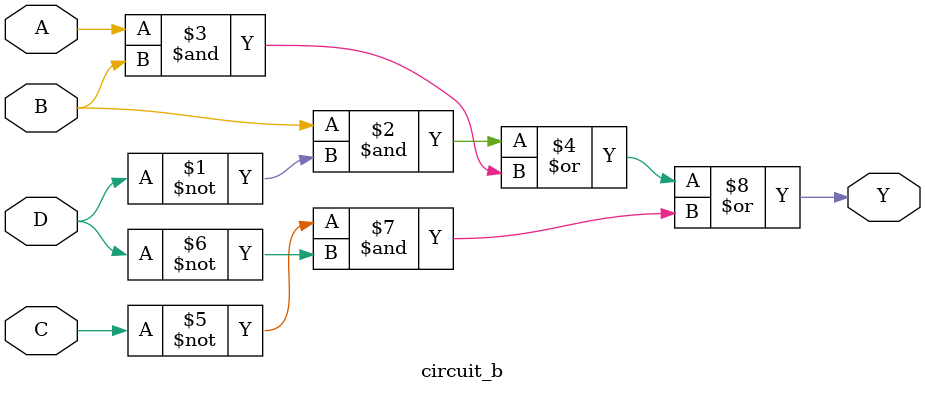
<source format=v>
module circuit_b(
    input A, B, C, D,
    output Y
);

    assign Y = B & ~D | A & B | ~C & ~D;

endmodule

</source>
